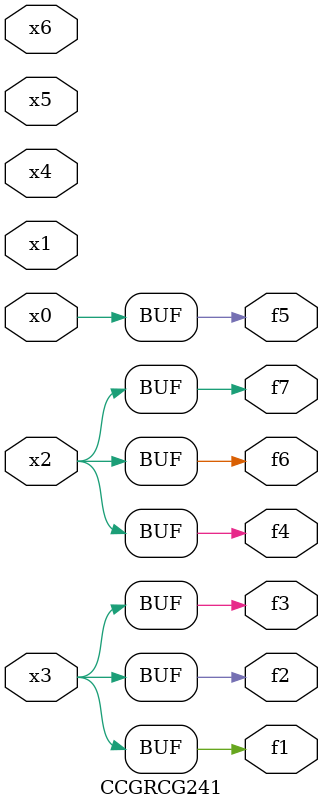
<source format=v>
module CCGRCG241(
	input x0, x1, x2, x3, x4, x5, x6,
	output f1, f2, f3, f4, f5, f6, f7
);
	assign f1 = x3;
	assign f2 = x3;
	assign f3 = x3;
	assign f4 = x2;
	assign f5 = x0;
	assign f6 = x2;
	assign f7 = x2;
endmodule

</source>
